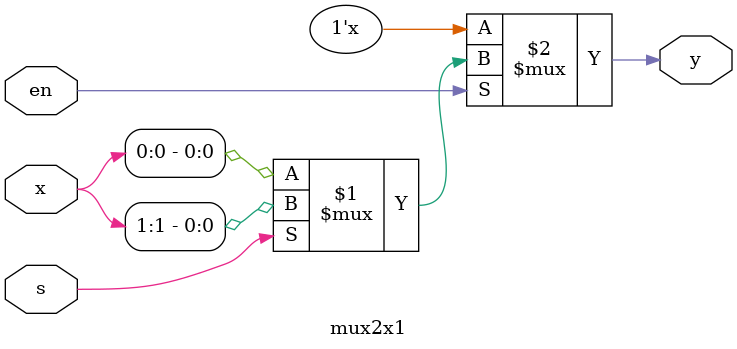
<source format=v>
`timescale 1ns / 1ps


module mux2x1(output y, input [1:0]x, input s, input en);

    //Logic
   assign y = en ? (s ? x[1] : x[0]) : 1'bx;
    
endmodule

</source>
